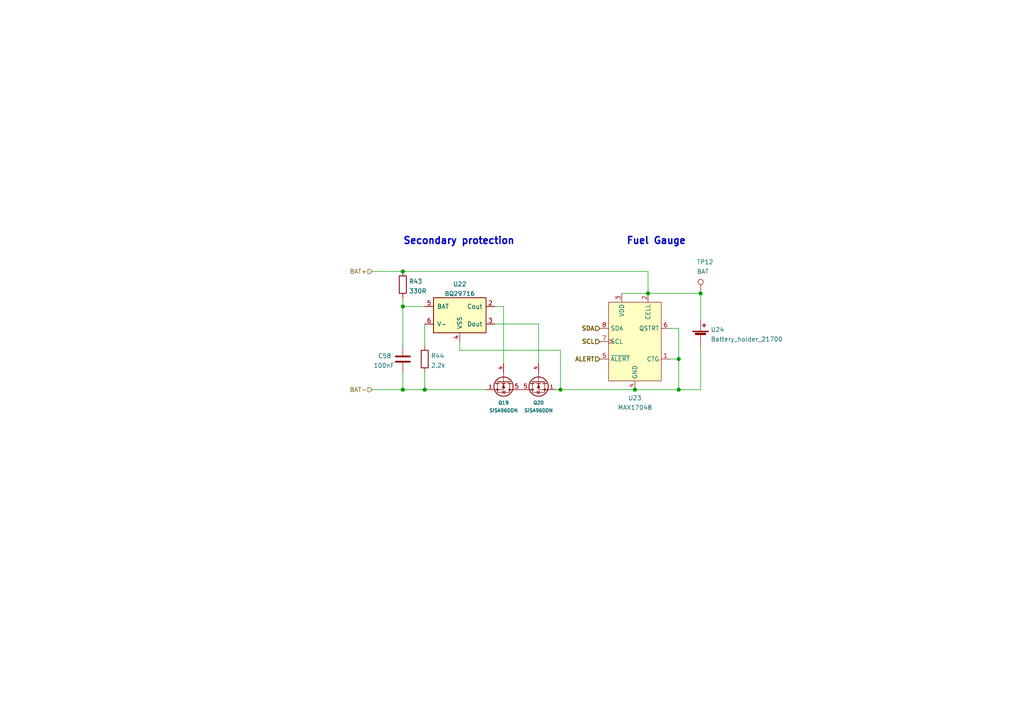
<source format=kicad_sch>
(kicad_sch (version 20210621) (generator eeschema)
  (paper "A4")
  (title_block (title "BUTCube - EPS") (date "2021-06-01") (rev "v1.0") (company "VUT - FIT(STRaDe) & FME(IAE & IPE)") (comment 1 "Author: Petr Malaník"))
  (lib_symbols
    (symbol "Battery_Management:BQ297xy" (pin_names (offset 1.016))
      (property "Reference" "U" (at -6.35 6.35 0))
      (property "Value" "BQ297xy" (at 5.08 -6.35 0))
      (symbol "BQ297xy_0_1"
        (rectangle (start -7.62 5.08) (end 7.62 -5.08) (stroke (width 0.254)) (fill (type background)))
      )
      (symbol "BQ297xy_1_1"
        (pin no_connect line (at 7.62 0 180) (length 2.54) hide (name "NC") (number "1"))
        (pin output line (at 10.16 2.54 180) (length 2.54) (name "Cout") (number "2"))
        (pin output line (at 10.16 -2.54 180) (length 2.54) (name "Dout") (number "3"))
        (pin power_in line (at 0 -7.62 90) (length 2.54) (name "VSS") (number "4"))
        (pin input line (at -10.16 2.54 0) (length 2.54) (name "BAT") (number "5"))
        (pin input line (at -10.16 -2.54 0) (length 2.54) (name "V-") (number "6"))
      )
    )
    (symbol "Connector:TestPoint" (pin_numbers hide) (pin_names (offset 0.762) hide)
      (property "Reference" "TP" (at 0 6.858 0))
      (property "Value" "TestPoint" (at 0 5.08 0))
      (symbol "TestPoint_0_1"
        (circle (center 0 3.302) (radius 0.762))
      )
      (symbol "TestPoint_1_1"
        (pin passive line (at 0 0 90) (length 2.54) (name "1") (number "1"))
      )
    )
    (symbol "Device:Battery_Cell" (pin_numbers hide) (pin_names (offset 0) hide)
      (property "Reference" "BT" (at 2.54 2.54 0))
      (property "Value" "Battery_Cell" (at 2.54 0 0))
      (symbol "Battery_Cell_0_1"
        (rectangle (start -2.286 1.778) (end 2.286 1.524) (fill (type outline)))
        (rectangle (start -1.5748 1.1938) (end 1.4732 0.6858) (fill (type outline)))
        (polyline (pts (xy 0 0.762) (xy 0 0)))
        (polyline (pts (xy 0 1.778) (xy 0 2.54)))
        (polyline (pts (xy 0.508 3.429) (xy 1.524 3.429)) (stroke (width 0.254)))
        (polyline (pts (xy 1.016 3.937) (xy 1.016 2.921)) (stroke (width 0.254)))
      )
      (symbol "Battery_Cell_1_1"
        (pin passive line (at 0 5.08 270) (length 2.54) (name "+") (number "1"))
        (pin passive line (at 0 -2.54 90) (length 2.54) (name "-") (number "2"))
      )
    )
    (symbol "Device:C" (pin_numbers hide) (pin_names (offset 0.254))
      (property "Reference" "C" (at 0.635 2.54 0))
      (property "Value" "C" (at 0.635 -2.54 0))
      (symbol "C_0_1"
        (polyline (pts (xy -2.032 -0.762) (xy 2.032 -0.762)) (stroke (width 0.508)))
        (polyline (pts (xy -2.032 0.762) (xy 2.032 0.762)) (stroke (width 0.508)))
      )
      (symbol "C_1_1"
        (pin passive line (at 0 3.81 270) (length 2.794) (name "~") (number "1"))
        (pin passive line (at 0 -3.81 90) (length 2.794) (name "~") (number "2"))
      )
    )
    (symbol "Device:R" (pin_numbers hide) (pin_names (offset 0))
      (property "Reference" "R" (at 2.032 0 90))
      (property "Value" "R" (at 0 0 90))
      (symbol "R_0_1"
        (rectangle (start -1.016 -2.54) (end 1.016 2.54) (stroke (width 0.254)))
      )
      (symbol "R_1_1"
        (pin passive line (at 0 3.81 270) (length 1.27) (name "~") (number "1"))
        (pin passive line (at 0 -3.81 90) (length 1.27) (name "~") (number "2"))
      )
    )
    (symbol "TCY_battery_management:MAX17048"
      (property "Reference" "U" (at 0 -16.51 0))
      (property "Value" "MAX17048" (at 0 -19.05 0))
      (symbol "MAX17048_0_1"
        (rectangle (start -7.62 11.43) (end 7.62 -11.43) (stroke (width 0.1524)) (fill (type background)))
      )
      (symbol "MAX17048_1_1"
        (pin passive line (at 10.16 -5.08 180) (length 2.54) (name "CTG") (number "1"))
        (pin input line (at 3.81 13.97 270) (length 2.54) (name "CELL") (number "2"))
        (pin input line (at -3.81 13.97 270) (length 2.54) (name "VDD") (number "3"))
        (pin passive line (at 0 -13.97 90) (length 2.54) (name "GND") (number "4"))
        (pin open_collector line (at -10.16 -5.08 0) (length 2.54) (name "~{ALERT}") (number "5"))
        (pin input line (at 10.16 3.81 180) (length 2.54) (name "QSTRT") (number "6"))
        (pin input clock (at -10.16 0 0) (length 2.54) (name "SCL") (number "7"))
        (pin bidirectional line (at -10.16 3.81 0) (length 2.54) (name "SDA") (number "8"))
        (pin passive line (at 0 -13.97 90) (length 2.54) hide (name "EP") (number "9"))
      )
    )
    (symbol "TCY_transistors:SiSA96DDN" (pin_names hide)
      (property "Reference" "Q" (at 7.62 1.27 0))
      (property "Value" "SiSA96DDN" (at 7.62 -1.27 0))
      (symbol "SiSA96DDN_0_1"
        (circle (center 1.651 0) (radius 2.794) (stroke (width 0.254)))
        (circle (center 2.54 -1.778) (radius 0.254) (fill (type outline)))
        (circle (center 2.54 1.778) (radius 0.254) (fill (type outline)))
        (polyline (pts (xy 0.254 0) (xy -2.54 0)))
        (polyline (pts (xy 0.254 1.905) (xy 0.254 -1.905)) (stroke (width 0.254)))
        (polyline (pts (xy 0.762 -1.27) (xy 0.762 -2.286)) (stroke (width 0.254)))
        (polyline (pts (xy 0.762 0.508) (xy 0.762 -0.508)) (stroke (width 0.254)))
        (polyline (pts (xy 0.762 2.286) (xy 0.762 1.27)) (stroke (width 0.254)))
        (polyline (pts (xy 2.54 2.54) (xy 2.54 1.778)))
        (polyline (pts (xy 2.54 2.54) (xy 2.54 1.778)))
        (polyline (pts (xy 2.54 -2.54) (xy 2.54 0) (xy 0.762 0)))
        (polyline (pts (xy 0.762 -1.778) (xy 3.302 -1.778) (xy 3.302 1.778) (xy 0.762 1.778)))
        (polyline (pts (xy 2.794 0.508) (xy 2.921 0.381) (xy 3.683 0.381) (xy 3.81 0.254)))
        (polyline (pts (xy 3.302 0.381) (xy 2.921 -0.254) (xy 3.683 -0.254) (xy 3.302 0.381)))
        (polyline (pts (xy 1.016 0) (xy 2.032 0.381) (xy 2.032 -0.381) (xy 1.016 0)) (fill (type outline)))
      )
      (symbol "SiSA96DDN_1_1"
        (pin passive line (at 2.54 -5.08 90) (length 2.54) (name "S") (number "1"))
        (pin passive line (at 2.54 -5.08 90) (length 2.54) hide (name "S") (number "2"))
        (pin passive line (at 2.54 -5.08 90) (length 2.54) hide (name "S") (number "3"))
        (pin passive line (at -5.08 0 0) (length 2.54) (name "G") (number "4"))
        (pin passive line (at 2.54 5.08 270) (length 2.54) (name "D") (number "5"))
        (pin passive line (at 2.54 5.08 270) (length 2.54) hide (name "D") (number "6"))
        (pin passive line (at 2.54 5.08 270) (length 2.54) hide (name "D") (number "7"))
        (pin passive line (at 2.54 5.08 270) (length 2.54) hide (name "D") (number "8"))
        (pin passive line (at 2.54 5.08 270) (length 2.54) hide (name "D") (number "9"))
      )
    )
  )
  (junction (at 116.84 78.74) (diameter 1.016))
  (junction (at 116.84 88.9) (diameter 1.016))
  (junction (at 116.84 113.03) (diameter 1.016))
  (junction (at 123.19 113.03) (diameter 1.016))
  (junction (at 162.56 113.03) (diameter 1.016))
  (junction (at 184.15 113.03) (diameter 1.016))
  (junction (at 187.96 85.09) (diameter 1.016))
  (junction (at 196.85 104.14) (diameter 1.016))
  (junction (at 196.85 113.03) (diameter 1.016))
  (junction (at 203.2 85.09) (diameter 1.016))
  (wire (pts (xy 107.95 78.74) (xy 116.84 78.74)))
  (wire (pts (xy 107.95 113.03) (xy 116.84 113.03)))
  (wire (pts (xy 116.84 78.74) (xy 187.96 78.74)))
  (wire (pts (xy 116.84 88.9) (xy 116.84 86.36)))
  (wire (pts (xy 116.84 88.9) (xy 116.84 100.33)))
  (wire (pts (xy 116.84 107.95) (xy 116.84 113.03)))
  (wire (pts (xy 116.84 113.03) (xy 123.19 113.03)))
  (wire (pts (xy 123.19 88.9) (xy 116.84 88.9)))
  (wire (pts (xy 123.19 93.98) (xy 123.19 100.33)))
  (wire (pts (xy 123.19 107.95) (xy 123.19 113.03)))
  (wire (pts (xy 123.19 113.03) (xy 140.97 113.03)))
  (wire (pts (xy 133.35 99.06) (xy 133.35 101.6)))
  (wire (pts (xy 133.35 101.6) (xy 162.56 101.6)))
  (wire (pts (xy 146.05 88.9) (xy 143.51 88.9)))
  (wire (pts (xy 146.05 105.41) (xy 146.05 88.9)))
  (wire (pts (xy 156.21 93.98) (xy 143.51 93.98)))
  (wire (pts (xy 156.21 105.41) (xy 156.21 93.98)))
  (wire (pts (xy 161.29 113.03) (xy 162.56 113.03)))
  (wire (pts (xy 162.56 101.6) (xy 162.56 113.03)))
  (wire (pts (xy 162.56 113.03) (xy 184.15 113.03)))
  (wire (pts (xy 180.34 85.09) (xy 187.96 85.09)))
  (wire (pts (xy 184.15 113.03) (xy 196.85 113.03)))
  (wire (pts (xy 187.96 78.74) (xy 187.96 85.09)))
  (wire (pts (xy 194.31 95.25) (xy 196.85 95.25)))
  (wire (pts (xy 194.31 104.14) (xy 196.85 104.14)))
  (wire (pts (xy 196.85 95.25) (xy 196.85 104.14)))
  (wire (pts (xy 196.85 104.14) (xy 196.85 113.03)))
  (wire (pts (xy 196.85 113.03) (xy 203.2 113.03)))
  (wire (pts (xy 203.2 85.09) (xy 187.96 85.09)))
  (wire (pts (xy 203.2 92.71) (xy 203.2 85.09)))
  (wire (pts (xy 203.2 113.03) (xy 203.2 100.33)))
  (text "Secondary protection" (at 116.84 71.12 0) (effects (font (size 2 2) (thickness 0.4) bold) (justify left bottom)))
  (text "Fuel Gauge" (at 181.61 71.12 0) (effects (font (size 2 2) (thickness 0.4) bold) (justify left bottom)))
  (hierarchical_label "BAT+" (shape input) (at 107.95 78.74 180))
  (hierarchical_label "BAT-" (shape input) (at 107.95 113.03 180))
  (hierarchical_label "SDA" (shape input) (at 173.99 95.25 180) (effects (font (thickness 0.254))))
  (hierarchical_label "SCL" (shape input) (at 173.99 99.06 180) (effects (font (thickness 0.254))))
  (hierarchical_label "ALERT" (shape input) (at 173.99 104.14 180) (effects (font (thickness 0.254))))
  (symbol (lib_id "Connector:TestPoint") (at 203.2 85.09 0)
    (property "Reference" "TP12" (at 202.0571 75.99 0) (effects (justify left)))
    (property "Value" "BAT" (at 202.0571 78.7651 0) (effects (justify left)))
  )
  (symbol (lib_id "Device:R") (at 116.84 82.55 0)
    (property "Reference" "R43" (at 118.6181 81.6415 0) (effects (justify left)))
    (property "Value" "330R" (at 118.6181 84.4166 0) (effects (justify left)))
  )
  (symbol (lib_id "Device:R") (at 123.19 104.14 0)
    (property "Reference" "R44" (at 124.9681 103.2315 0) (effects (justify left)))
    (property "Value" "2.2k" (at 124.9681 106.0066 0) (effects (justify left)))
  )
  (symbol (lib_id "Device:C") (at 116.84 104.14 0)
    (property "Reference" "C58" (at 109.6011 103.2315 0) (effects (justify left)))
    (property "Value" "100nF" (at 108.3311 106.0066 0) (effects (justify left)))
  )
  (symbol (lib_id "Device:Battery_Cell") (at 203.2 97.79 0)
    (property "Reference" "U24" (at 206.1211 95.6115 0) (effects (justify left)))
    (property "Value" "Battery_holder_21700" (at 206.1211 98.3866 0) (effects (justify left)))
    (property "Footprint" "TCY_connectors:Keystone_1121" (effects hide))
  )
  (symbol (lib_id "TCY_transistors:SiSA96DDN") (at 146.05 110.49 270)
    (property "Reference" "Q19" (at 146.05 116.8166 90) (effects (font (size 1 1))))
    (property "Value" "SiSA96DDN" (at 146.05 119.0556 90) (effects (font (size 1 1))))
    (property "Footprint" "Package_DFN_QFN:DFN-8-1EP_3x3mm_P0.65mm_EP1.55x2.4mm" (effects hide))
    (property "Datasheet" "https://www.vishay.com/docs/75285/sisa96dn.pdf" (effects hide))
  )
  (symbol (lib_id "TCY_transistors:SiSA96DDN") (at 156.21 110.49 90) (mirror x)
    (property "Reference" "Q20" (at 156.21 116.8166 90) (effects (font (size 1 1))))
    (property "Value" "SiSA96DDN" (at 156.21 119.0556 90) (effects (font (size 1 1))))
    (property "Footprint" "Package_DFN_QFN:DFN-8-1EP_3x3mm_P0.65mm_EP1.55x2.4mm" (effects hide))
    (property "Datasheet" "https://www.vishay.com/docs/75285/sisa96dn.pdf" (effects hide))
  )
  (symbol (lib_id "Battery_Management:BQ297xy") (at 133.35 91.44 0)
    (property "Reference" "U22" (at 133.35 82.3934 0))
    (property "Value" "BQ29716" (at 133.35 85.1685 0))
    (property "Footprint" "Package_SON:WSON-6_1.5x1.5mm_P0.5mm" (effects hide))
    (property "Datasheet" "http://www.ti.com/lit/ds/symlink/bq2970.pdf" (effects hide))
  )
  (symbol (lib_id "TCY_battery_management:MAX17048") (at 184.15 99.06 0)
    (property "Reference" "U23" (at 184.15 115.4336 0))
    (property "Value" "MAX17048" (at 184.15 118.2087 0))
    (property "Footprint" "Package_DFN_QFN:DFN-8-1EP_2x2mm_P0.5mm_EP1.05x1.75mm" (effects hide))
    (property "Datasheet" "https://datasheets.maximintegrated.com/en/ds/MAX17048-MAX17049.pdf" (effects hide))
  )
)
</source>
